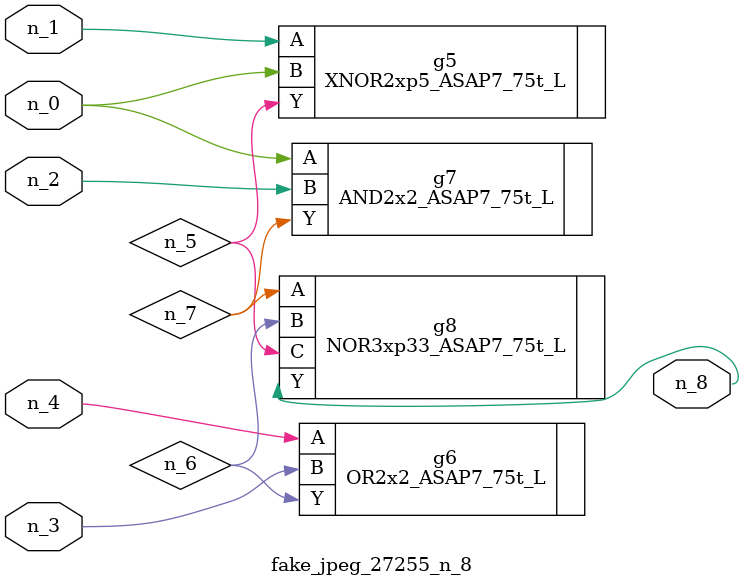
<source format=v>
module fake_jpeg_27255_n_8 (n_3, n_2, n_1, n_0, n_4, n_8);

input n_3;
input n_2;
input n_1;
input n_0;
input n_4;

output n_8;

wire n_6;
wire n_5;
wire n_7;

XNOR2xp5_ASAP7_75t_L g5 ( 
.A(n_1),
.B(n_0),
.Y(n_5)
);

OR2x2_ASAP7_75t_L g6 ( 
.A(n_4),
.B(n_3),
.Y(n_6)
);

AND2x2_ASAP7_75t_L g7 ( 
.A(n_0),
.B(n_2),
.Y(n_7)
);

NOR3xp33_ASAP7_75t_L g8 ( 
.A(n_7),
.B(n_6),
.C(n_5),
.Y(n_8)
);


endmodule
</source>
